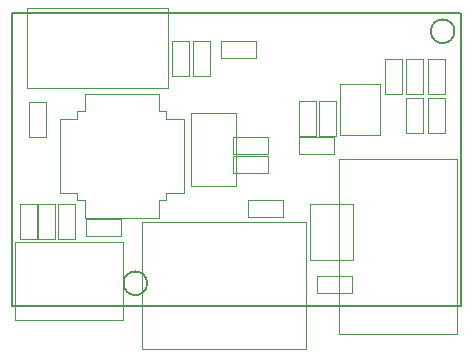
<source format=gbr>
G04 #@! TF.GenerationSoftware,KiCad,Pcbnew,(5.0.0)*
G04 #@! TF.CreationDate,2019-01-26T11:16:20+03:00*
G04 #@! TF.ProjectId,stm32mc,73746D33326D632E6B696361645F7063,rev?*
G04 #@! TF.SameCoordinates,Original*
G04 #@! TF.FileFunction,Other,User*
%FSLAX46Y46*%
G04 Gerber Fmt 4.6, Leading zero omitted, Abs format (unit mm)*
G04 Created by KiCad (PCBNEW (5.0.0)) date 01/26/19 11:16:20*
%MOMM*%
%LPD*%
G01*
G04 APERTURE LIST*
%ADD10C,0.150000*%
%ADD11C,0.050000*%
G04 APERTURE END LIST*
D10*
X58531000Y-19050000D02*
G75*
G03X58531000Y-19050000I-1000000J0D01*
G01*
X32512000Y-40386000D02*
G75*
G03X32512000Y-40386000I-1000000J0D01*
G01*
X59055000Y-42291000D02*
X59055000Y-17526000D01*
X59024000Y-17507000D02*
X21082000Y-17526000D01*
X21082000Y-42291000D02*
X59055000Y-42291000D01*
X21082000Y-17526000D02*
X21082000Y-42291000D01*
D11*
G04 #@! TO.C,C4*
X42755000Y-29432000D02*
X42755000Y-27972000D01*
X42755000Y-27972000D02*
X39795000Y-27972000D01*
X39795000Y-27972000D02*
X39795000Y-29432000D01*
X39795000Y-29432000D02*
X42755000Y-29432000D01*
G04 #@! TO.C,R9*
X36036000Y-19856000D02*
X34576000Y-19856000D01*
X34576000Y-19856000D02*
X34576000Y-22816000D01*
X34576000Y-22816000D02*
X36036000Y-22816000D01*
X36036000Y-22816000D02*
X36036000Y-19856000D01*
G04 #@! TO.C,C3*
X39769500Y-31083000D02*
X42729500Y-31083000D01*
X39769500Y-29623000D02*
X39769500Y-31083000D01*
X42729500Y-29623000D02*
X39769500Y-29623000D01*
X42729500Y-31083000D02*
X42729500Y-29623000D01*
G04 #@! TO.C,R1*
X36354000Y-22841500D02*
X37814000Y-22841500D01*
X37814000Y-22841500D02*
X37814000Y-19881500D01*
X37814000Y-19881500D02*
X36354000Y-19881500D01*
X36354000Y-19881500D02*
X36354000Y-22841500D01*
G04 #@! TO.C,C2*
X41065000Y-34766000D02*
X44025000Y-34766000D01*
X41065000Y-33306000D02*
X41065000Y-34766000D01*
X44025000Y-33306000D02*
X41065000Y-33306000D01*
X44025000Y-34766000D02*
X44025000Y-33306000D01*
G04 #@! TO.C,R2*
X27349000Y-36417000D02*
X30309000Y-36417000D01*
X27349000Y-34957000D02*
X27349000Y-36417000D01*
X30309000Y-34957000D02*
X27349000Y-34957000D01*
X30309000Y-36417000D02*
X30309000Y-34957000D01*
G04 #@! TO.C,R3*
X57753000Y-21380000D02*
X56293000Y-21380000D01*
X56293000Y-21380000D02*
X56293000Y-24340000D01*
X56293000Y-24340000D02*
X57753000Y-24340000D01*
X57753000Y-24340000D02*
X57753000Y-21380000D01*
G04 #@! TO.C,R4*
X55848000Y-24340000D02*
X55848000Y-21380000D01*
X54388000Y-24340000D02*
X55848000Y-24340000D01*
X54388000Y-21380000D02*
X54388000Y-24340000D01*
X55848000Y-21380000D02*
X54388000Y-21380000D01*
G04 #@! TO.C,R5*
X48343000Y-27972000D02*
X45383000Y-27972000D01*
X48343000Y-29432000D02*
X48343000Y-27972000D01*
X45383000Y-29432000D02*
X48343000Y-29432000D01*
X45383000Y-27972000D02*
X45383000Y-29432000D01*
G04 #@! TO.C,R6*
X48482000Y-24936000D02*
X47022000Y-24936000D01*
X47022000Y-24936000D02*
X47022000Y-27896000D01*
X47022000Y-27896000D02*
X48482000Y-27896000D01*
X48482000Y-27896000D02*
X48482000Y-24936000D01*
G04 #@! TO.C,R7*
X54070000Y-21380000D02*
X52610000Y-21380000D01*
X52610000Y-21380000D02*
X52610000Y-24340000D01*
X52610000Y-24340000D02*
X54070000Y-24340000D01*
X54070000Y-24340000D02*
X54070000Y-21380000D01*
G04 #@! TO.C,U2*
X27223000Y-33341000D02*
X26603000Y-33341000D01*
X26603000Y-32721000D02*
X26603000Y-33341000D01*
X27223000Y-34841000D02*
X27223000Y-33341000D01*
X35603000Y-26461000D02*
X35603000Y-32721000D01*
X25103000Y-26461000D02*
X25103000Y-32721000D01*
X33483000Y-24341000D02*
X27223000Y-24341000D01*
X33483000Y-34841000D02*
X27223000Y-34841000D01*
X26603000Y-32721000D02*
X25103000Y-32721000D01*
X26603000Y-26461000D02*
X25103000Y-26461000D01*
X27223000Y-25841000D02*
X27223000Y-24341000D01*
X33483000Y-25841000D02*
X33483000Y-24341000D01*
X34103000Y-26461000D02*
X35603000Y-26461000D01*
X34103000Y-32721000D02*
X35603000Y-32721000D01*
X33483000Y-33341000D02*
X33483000Y-34841000D01*
X27223000Y-25841000D02*
X26603000Y-25841000D01*
X26603000Y-26461000D02*
X26603000Y-25841000D01*
X34103000Y-32721000D02*
X34103000Y-33341000D01*
X33483000Y-33341000D02*
X34103000Y-33341000D01*
X34103000Y-26461000D02*
X34103000Y-25841000D01*
X33483000Y-25841000D02*
X34103000Y-25841000D01*
G04 #@! TO.C,U3*
X52246000Y-27864000D02*
X52246000Y-23524000D01*
X52246000Y-27864000D02*
X48846000Y-27864000D01*
X48846000Y-23524000D02*
X52246000Y-23524000D01*
X48846000Y-23524000D02*
X48846000Y-27864000D01*
G04 #@! TO.C,Y1*
X40000000Y-32183000D02*
X36200000Y-32183000D01*
X36200000Y-32183000D02*
X36200000Y-25983000D01*
X36200000Y-25983000D02*
X40000000Y-25983000D01*
X40000000Y-25983000D02*
X40000000Y-32183000D01*
G04 #@! TO.C,R8*
X46907000Y-39783000D02*
X46907000Y-41243000D01*
X46907000Y-41243000D02*
X49867000Y-41243000D01*
X49867000Y-41243000D02*
X49867000Y-39783000D01*
X49867000Y-39783000D02*
X46907000Y-39783000D01*
G04 #@! TO.C,C7*
X23971000Y-25063000D02*
X22511000Y-25063000D01*
X22511000Y-25063000D02*
X22511000Y-28023000D01*
X22511000Y-28023000D02*
X23971000Y-28023000D01*
X23971000Y-28023000D02*
X23971000Y-25063000D01*
G04 #@! TO.C,C8*
X56293000Y-24682000D02*
X56293000Y-27642000D01*
X57753000Y-24682000D02*
X56293000Y-24682000D01*
X57753000Y-27642000D02*
X57753000Y-24682000D01*
X56293000Y-27642000D02*
X57753000Y-27642000D01*
G04 #@! TO.C,C9*
X54388000Y-27642000D02*
X55848000Y-27642000D01*
X55848000Y-27642000D02*
X55848000Y-24682000D01*
X55848000Y-24682000D02*
X54388000Y-24682000D01*
X54388000Y-24682000D02*
X54388000Y-27642000D01*
G04 #@! TO.C,C10*
X45371000Y-27896000D02*
X46831000Y-27896000D01*
X46831000Y-27896000D02*
X46831000Y-24936000D01*
X46831000Y-24936000D02*
X45371000Y-24936000D01*
X45371000Y-24936000D02*
X45371000Y-27896000D01*
G04 #@! TO.C,R10*
X23209000Y-33699000D02*
X21749000Y-33699000D01*
X21749000Y-33699000D02*
X21749000Y-36659000D01*
X21749000Y-36659000D02*
X23209000Y-36659000D01*
X23209000Y-36659000D02*
X23209000Y-33699000D01*
G04 #@! TO.C,R11*
X24733000Y-33699000D02*
X23273000Y-33699000D01*
X23273000Y-33699000D02*
X23273000Y-36659000D01*
X23273000Y-36659000D02*
X24733000Y-36659000D01*
X24733000Y-36659000D02*
X24733000Y-33699000D01*
G04 #@! TO.C,R12*
X26384000Y-36659000D02*
X26384000Y-33699000D01*
X24924000Y-36659000D02*
X26384000Y-36659000D01*
X24924000Y-33699000D02*
X24924000Y-36659000D01*
X26384000Y-33699000D02*
X24924000Y-33699000D01*
G04 #@! TO.C,J2*
X48721000Y-29871000D02*
X58721000Y-29871000D01*
X48721000Y-44671000D02*
X58721000Y-44671000D01*
X48721000Y-44671000D02*
X48721000Y-29871000D01*
X58721000Y-44671000D02*
X58721000Y-29871000D01*
G04 #@! TO.C,J7*
X21308000Y-43524000D02*
X30508000Y-43524000D01*
X21308000Y-36924000D02*
X21308000Y-43524000D01*
X30508000Y-36924000D02*
X21308000Y-36924000D01*
X30508000Y-43524000D02*
X30508000Y-36924000D01*
G04 #@! TO.C,U4*
X46333000Y-33688000D02*
X46333000Y-38448000D01*
X46333000Y-33688000D02*
X49933000Y-33688000D01*
X49933000Y-38448000D02*
X46333000Y-38448000D01*
X49933000Y-38448000D02*
X49933000Y-33688000D01*
G04 #@! TO.C,J4*
X45979000Y-35165000D02*
X45979000Y-45965000D01*
X45979000Y-45965000D02*
X32079000Y-45965000D01*
X32079000Y-45965000D02*
X32079000Y-35165000D01*
X32079000Y-35165000D02*
X45979000Y-35165000D01*
G04 #@! TO.C,J3*
X22341000Y-23893000D02*
X22341000Y-17093000D01*
X22341000Y-17093000D02*
X34301000Y-17093000D01*
X34301000Y-17093000D02*
X34301000Y-23893000D01*
X34301000Y-23893000D02*
X22341000Y-23893000D01*
G04 #@! TO.C,R13*
X38779000Y-19844000D02*
X38779000Y-21304000D01*
X38779000Y-21304000D02*
X41739000Y-21304000D01*
X41739000Y-21304000D02*
X41739000Y-19844000D01*
X41739000Y-19844000D02*
X38779000Y-19844000D01*
G04 #@! TD*
M02*

</source>
